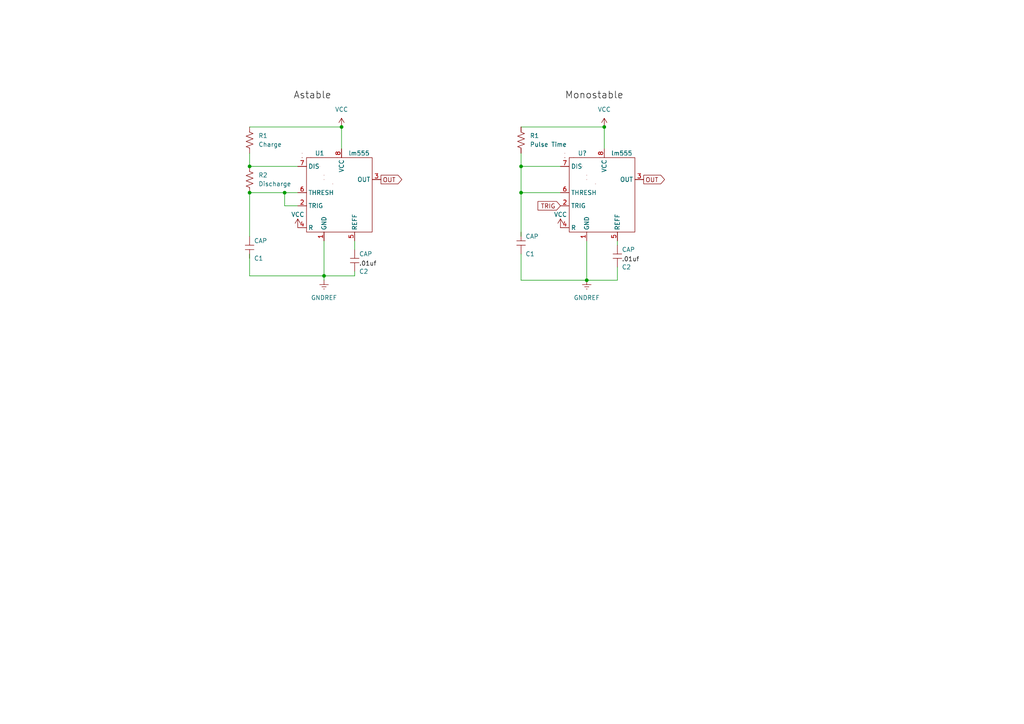
<source format=kicad_sch>
(kicad_sch (version 20211123) (generator eeschema)

  (uuid e63e39d7-6ac0-4ffd-8aa3-1841a4541b55)

  (paper "A4")

  (lib_symbols
    (symbol "CAP_1" (in_bom yes) (on_board yes)
      (property "Reference" "C3" (id 0) (at -2.54 -6.35 0)
        (effects (font (size 1.27 1.27)) (justify left))
      )
      (property "Value" "CAP" (id 1) (at -2.54 -1.27 0)
        (effects (font (size 1.27 1.27)) (justify left))
      )
      (property "Footprint" "" (id 2) (at 6.35 3.81 0)
        (effects (font (size 1.27 1.27)) hide)
      )
      (property "Datasheet" "" (id 3) (at 6.35 3.81 0)
        (effects (font (size 1.27 1.27)) hide)
      )
      (symbol "CAP_1_0_1"
        (polyline
          (pts
            (xy -5.08 -3.81)
            (xy -2.54 -3.81)
          )
          (stroke (width 0) (type default) (color 0 0 0 0))
          (fill (type none))
        )
        (polyline
          (pts
            (xy -5.08 -2.54)
            (xy -2.54 -2.54)
          )
          (stroke (width 0) (type default) (color 0 0 0 0))
          (fill (type none))
        )
        (polyline
          (pts
            (xy -3.81 -3.81)
            (xy -3.81 -6.35)
          )
          (stroke (width 0) (type default) (color 0 0 0 0))
          (fill (type none))
        )
        (polyline
          (pts
            (xy -3.81 -2.54)
            (xy -3.81 0)
          )
          (stroke (width 0) (type default) (color 0 0 0 0))
          (fill (type none))
        )
      )
    )
    (symbol "Device:R_US" (pin_numbers hide) (pin_names (offset 0)) (in_bom yes) (on_board yes)
      (property "Reference" "R" (id 0) (at 2.54 0 90)
        (effects (font (size 1.27 1.27)))
      )
      (property "Value" "R_US" (id 1) (at -2.54 0 90)
        (effects (font (size 1.27 1.27)))
      )
      (property "Footprint" "" (id 2) (at 1.016 -0.254 90)
        (effects (font (size 1.27 1.27)) hide)
      )
      (property "Datasheet" "~" (id 3) (at 0 0 0)
        (effects (font (size 1.27 1.27)) hide)
      )
      (property "ki_keywords" "R res resistor" (id 4) (at 0 0 0)
        (effects (font (size 1.27 1.27)) hide)
      )
      (property "ki_description" "Resistor, US symbol" (id 5) (at 0 0 0)
        (effects (font (size 1.27 1.27)) hide)
      )
      (property "ki_fp_filters" "R_*" (id 6) (at 0 0 0)
        (effects (font (size 1.27 1.27)) hide)
      )
      (symbol "R_US_0_1"
        (polyline
          (pts
            (xy 0 -2.286)
            (xy 0 -2.54)
          )
          (stroke (width 0) (type default) (color 0 0 0 0))
          (fill (type none))
        )
        (polyline
          (pts
            (xy 0 2.286)
            (xy 0 2.54)
          )
          (stroke (width 0) (type default) (color 0 0 0 0))
          (fill (type none))
        )
        (polyline
          (pts
            (xy 0 -0.762)
            (xy 1.016 -1.143)
            (xy 0 -1.524)
            (xy -1.016 -1.905)
            (xy 0 -2.286)
          )
          (stroke (width 0) (type default) (color 0 0 0 0))
          (fill (type none))
        )
        (polyline
          (pts
            (xy 0 0.762)
            (xy 1.016 0.381)
            (xy 0 0)
            (xy -1.016 -0.381)
            (xy 0 -0.762)
          )
          (stroke (width 0) (type default) (color 0 0 0 0))
          (fill (type none))
        )
        (polyline
          (pts
            (xy 0 2.286)
            (xy 1.016 1.905)
            (xy 0 1.524)
            (xy -1.016 1.143)
            (xy 0 0.762)
          )
          (stroke (width 0) (type default) (color 0 0 0 0))
          (fill (type none))
        )
      )
      (symbol "R_US_1_1"
        (pin passive line (at 0 3.81 270) (length 1.27)
          (name "~" (effects (font (size 1.27 1.27))))
          (number "1" (effects (font (size 1.27 1.27))))
        )
        (pin passive line (at 0 -3.81 90) (length 1.27)
          (name "~" (effects (font (size 1.27 1.27))))
          (number "2" (effects (font (size 1.27 1.27))))
        )
      )
    )
    (symbol "power:GNDREF" (power) (pin_names (offset 0)) (in_bom yes) (on_board yes)
      (property "Reference" "#PWR" (id 0) (at 0 -6.35 0)
        (effects (font (size 1.27 1.27)) hide)
      )
      (property "Value" "GNDREF" (id 1) (at 0 -3.81 0)
        (effects (font (size 1.27 1.27)))
      )
      (property "Footprint" "" (id 2) (at 0 0 0)
        (effects (font (size 1.27 1.27)) hide)
      )
      (property "Datasheet" "" (id 3) (at 0 0 0)
        (effects (font (size 1.27 1.27)) hide)
      )
      (property "ki_keywords" "power-flag" (id 4) (at 0 0 0)
        (effects (font (size 1.27 1.27)) hide)
      )
      (property "ki_description" "Power symbol creates a global label with name \"GNDREF\" , reference supply ground" (id 5) (at 0 0 0)
        (effects (font (size 1.27 1.27)) hide)
      )
      (symbol "GNDREF_0_1"
        (polyline
          (pts
            (xy -0.635 -1.905)
            (xy 0.635 -1.905)
          )
          (stroke (width 0) (type default) (color 0 0 0 0))
          (fill (type none))
        )
        (polyline
          (pts
            (xy -0.127 -2.54)
            (xy 0.127 -2.54)
          )
          (stroke (width 0) (type default) (color 0 0 0 0))
          (fill (type none))
        )
        (polyline
          (pts
            (xy 0 -1.27)
            (xy 0 0)
          )
          (stroke (width 0) (type default) (color 0 0 0 0))
          (fill (type none))
        )
        (polyline
          (pts
            (xy 1.27 -1.27)
            (xy -1.27 -1.27)
          )
          (stroke (width 0) (type default) (color 0 0 0 0))
          (fill (type none))
        )
      )
      (symbol "GNDREF_1_1"
        (pin power_in line (at 0 0 270) (length 0) hide
          (name "GNDREF" (effects (font (size 1.27 1.27))))
          (number "1" (effects (font (size 1.27 1.27))))
        )
      )
    )
    (symbol "power:VCC" (power) (pin_names (offset 0)) (in_bom yes) (on_board yes)
      (property "Reference" "#PWR" (id 0) (at 0 -3.81 0)
        (effects (font (size 1.27 1.27)) hide)
      )
      (property "Value" "VCC" (id 1) (at 0 3.81 0)
        (effects (font (size 1.27 1.27)))
      )
      (property "Footprint" "" (id 2) (at 0 0 0)
        (effects (font (size 1.27 1.27)) hide)
      )
      (property "Datasheet" "" (id 3) (at 0 0 0)
        (effects (font (size 1.27 1.27)) hide)
      )
      (property "ki_keywords" "power-flag" (id 4) (at 0 0 0)
        (effects (font (size 1.27 1.27)) hide)
      )
      (property "ki_description" "Power symbol creates a global label with name \"VCC\"" (id 5) (at 0 0 0)
        (effects (font (size 1.27 1.27)) hide)
      )
      (symbol "VCC_0_1"
        (polyline
          (pts
            (xy -0.762 1.27)
            (xy 0 2.54)
          )
          (stroke (width 0) (type default) (color 0 0 0 0))
          (fill (type none))
        )
        (polyline
          (pts
            (xy 0 0)
            (xy 0 2.54)
          )
          (stroke (width 0) (type default) (color 0 0 0 0))
          (fill (type none))
        )
        (polyline
          (pts
            (xy 0 2.54)
            (xy 0.762 1.27)
          )
          (stroke (width 0) (type default) (color 0 0 0 0))
          (fill (type none))
        )
      )
      (symbol "VCC_1_1"
        (pin power_in line (at 0 0 90) (length 0) hide
          (name "VCC" (effects (font (size 1.27 1.27))))
          (number "1" (effects (font (size 1.27 1.27))))
        )
      )
    )
    (symbol "sem 2 project 74xxx:lm555" (in_bom yes) (on_board yes)
      (property "Reference" "U" (id 0) (at -2.54 2.54 0)
        (effects (font (size 1.27 1.27)))
      )
      (property "Value" "lm555" (id 1) (at 12.7 2.54 0)
        (effects (font (size 1.27 1.27)))
      )
      (property "Footprint" "" (id 2) (at 0 0 0)
        (effects (font (size 1.27 1.27)) hide)
      )
      (property "Datasheet" "" (id 3) (at 0 0 0)
        (effects (font (size 1.27 1.27)) hide)
      )
      (symbol "lm555_0_1"
        (rectangle (start -5.08 0) (end -5.08 0)
          (stroke (width 0) (type default) (color 0 0 0 0))
          (fill (type none))
        )
        (rectangle (start -5.08 1.27) (end -5.08 1.27)
          (stroke (width 0) (type default) (color 0 0 0 0))
          (fill (type none))
        )
        (rectangle (start -5.08 1.27) (end -5.08 1.27)
          (stroke (width 0) (type default) (color 0 0 0 0))
          (fill (type none))
        )
        (rectangle (start -5.08 1.27) (end -5.08 1.27)
          (stroke (width 0) (type default) (color 0 0 0 0))
          (fill (type none))
        )
        (rectangle (start -5.08 2.54) (end -5.08 2.54)
          (stroke (width 0) (type default) (color 0 0 0 0))
          (fill (type none))
        )
        (rectangle (start -3.81 1.27) (end 15.24 -20.32)
          (stroke (width 0) (type default) (color 0 0 0 0))
          (fill (type none))
        )
        (rectangle (start -2.54 1.27) (end -2.54 1.27)
          (stroke (width 0) (type default) (color 0 0 0 0))
          (fill (type none))
        )
        (rectangle (start 0 -1.27) (end 0 -1.27)
          (stroke (width 0) (type default) (color 0 0 0 0))
          (fill (type none))
        )
        (rectangle (start 1.27 -5.08) (end 1.27 -5.08)
          (stroke (width 0) (type default) (color 0 0 0 0))
          (fill (type none))
        )
        (rectangle (start 1.27 -3.81) (end 1.27 -3.81)
          (stroke (width 0) (type default) (color 0 0 0 0))
          (fill (type none))
        )
        (rectangle (start 3.81 -6.35) (end 3.81 -6.35)
          (stroke (width 0) (type default) (color 0 0 0 0))
          (fill (type none))
        )
        (rectangle (start 5.08 1.27) (end 5.08 1.27)
          (stroke (width 0) (type default) (color 0 0 0 0))
          (fill (type none))
        )
      )
      (symbol "lm555_1_1"
        (pin input line (at 1.27 -22.86 90) (length 2.54)
          (name "GND" (effects (font (size 1.27 1.27))))
          (number "1" (effects (font (size 1.27 1.27))))
        )
        (pin input line (at -6.35 -12.7 0) (length 2.54)
          (name "TRIG" (effects (font (size 1.27 1.27))))
          (number "2" (effects (font (size 1.27 1.27))))
        )
        (pin output line (at 17.78 -5.08 180) (length 2.54)
          (name "OUT" (effects (font (size 1.27 1.27))))
          (number "3" (effects (font (size 1.27 1.27))))
        )
        (pin input line (at -6.35 -19.05 0) (length 2.54)
          (name "R" (effects (font (size 1.27 1.27))))
          (number "4" (effects (font (size 1.27 1.27))))
        )
        (pin output line (at 10.16 -22.86 90) (length 2.54)
          (name "REFF" (effects (font (size 1.27 1.27))))
          (number "5" (effects (font (size 1.27 1.27))))
        )
        (pin input line (at -6.35 -8.89 0) (length 2.54)
          (name "THRESH" (effects (font (size 1.27 1.27))))
          (number "6" (effects (font (size 1.27 1.27))))
        )
        (pin input line (at -6.35 -1.27 0) (length 2.54)
          (name "DIS" (effects (font (size 1.27 1.27))))
          (number "7" (effects (font (size 1.27 1.27))))
        )
        (pin input line (at 6.35 3.81 270) (length 2.54)
          (name "VCC" (effects (font (size 1.27 1.27))))
          (number "8" (effects (font (size 1.27 1.27))))
        )
      )
    )
  )

  (junction (at 82.55 55.88) (diameter 0) (color 0 0 0 0)
    (uuid 3acf5698-df3e-402d-86f1-4f04a7448224)
  )
  (junction (at 99.06 36.83) (diameter 0) (color 0 0 0 0)
    (uuid 3f617700-d97b-4cae-876e-72358d29b670)
  )
  (junction (at 151.13 55.88) (diameter 0) (color 0 0 0 0)
    (uuid 4f169d63-15f1-439e-a4b1-a7a61110d7bc)
  )
  (junction (at 93.98 80.01) (diameter 0) (color 0 0 0 0)
    (uuid 5ddb554d-1e8f-4860-94aa-5e4700e1e002)
  )
  (junction (at 170.18 81.28) (diameter 0) (color 0 0 0 0)
    (uuid 6b437add-d402-4d3c-9f94-08dcc832ec34)
  )
  (junction (at 151.13 48.26) (diameter 0) (color 0 0 0 0)
    (uuid 7e07e292-2bfe-469e-aa7e-b3c8f40e4574)
  )
  (junction (at 72.39 48.26) (diameter 0) (color 0 0 0 0)
    (uuid b78091ee-032d-469d-9e02-5335c10d1e64)
  )
  (junction (at 175.26 36.83) (diameter 0) (color 0 0 0 0)
    (uuid bbac5a19-5e0d-4690-9104-b5e0c4ef94c0)
  )
  (junction (at 72.39 55.88) (diameter 0) (color 0 0 0 0)
    (uuid e1460620-d35a-4290-a405-95ae226d080b)
  )

  (wire (pts (xy 179.07 81.28) (xy 170.18 81.28))
    (stroke (width 0) (type default) (color 0 0 0 0))
    (uuid 11568512-73c6-48d4-bdc1-14b9d6c6782e)
  )
  (wire (pts (xy 151.13 48.26) (xy 162.56 48.26))
    (stroke (width 0) (type default) (color 0 0 0 0))
    (uuid 1e7b4bba-ca79-4e2e-b297-b55ae96c3ded)
  )
  (wire (pts (xy 93.98 81.28) (xy 93.98 80.01))
    (stroke (width 0) (type default) (color 0 0 0 0))
    (uuid 210651d5-7206-4682-9c28-6b3d3d02dab3)
  )
  (wire (pts (xy 72.39 73.66) (xy 72.39 80.01))
    (stroke (width 0) (type default) (color 0 0 0 0))
    (uuid 33eb0065-90e3-4ecb-a459-608be3fe3b1c)
  )
  (wire (pts (xy 82.55 59.69) (xy 86.36 59.69))
    (stroke (width 0) (type default) (color 0 0 0 0))
    (uuid 3c0ee3db-8466-44a5-90af-44d1a41429ba)
  )
  (wire (pts (xy 82.55 55.88) (xy 86.36 55.88))
    (stroke (width 0) (type default) (color 0 0 0 0))
    (uuid 3d16914d-84f2-454f-b3bb-872e59cf11b0)
  )
  (wire (pts (xy 72.39 48.26) (xy 86.36 48.26))
    (stroke (width 0) (type default) (color 0 0 0 0))
    (uuid 550f7ba6-2434-4db0-a68d-e98d5a4c123a)
  )
  (wire (pts (xy 162.56 55.88) (xy 151.13 55.88))
    (stroke (width 0) (type default) (color 0 0 0 0))
    (uuid 554f65fc-38df-4462-b50f-713715b41334)
  )
  (wire (pts (xy 170.18 81.28) (xy 170.18 69.85))
    (stroke (width 0) (type default) (color 0 0 0 0))
    (uuid 5a7fd707-ae1a-40ba-a756-67fa40d915d9)
  )
  (wire (pts (xy 102.87 69.85) (xy 102.87 72.39))
    (stroke (width 0) (type default) (color 0 0 0 0))
    (uuid 5d011d7e-37f0-4a66-abb7-f206190fe982)
  )
  (wire (pts (xy 82.55 55.88) (xy 82.55 59.69))
    (stroke (width 0) (type default) (color 0 0 0 0))
    (uuid 686d495a-d09c-4403-b9cf-d2074b4491ce)
  )
  (wire (pts (xy 151.13 44.45) (xy 151.13 48.26))
    (stroke (width 0) (type default) (color 0 0 0 0))
    (uuid 6db32d87-1cdc-40e7-9ff9-f565f551f280)
  )
  (wire (pts (xy 179.07 77.47) (xy 179.07 81.28))
    (stroke (width 0) (type default) (color 0 0 0 0))
    (uuid 6e74c54e-a8d0-4aea-b765-264d14b78dbc)
  )
  (wire (pts (xy 72.39 80.01) (xy 93.98 80.01))
    (stroke (width 0) (type default) (color 0 0 0 0))
    (uuid 73821b27-8c7b-450c-8901-81b573e59797)
  )
  (wire (pts (xy 72.39 55.88) (xy 72.39 68.58))
    (stroke (width 0) (type default) (color 0 0 0 0))
    (uuid 8af5b8df-1195-40a1-a310-d73d7eac4c12)
  )
  (wire (pts (xy 72.39 55.88) (xy 82.55 55.88))
    (stroke (width 0) (type default) (color 0 0 0 0))
    (uuid 97aa8efb-1516-45e2-b92c-e6e947c5c816)
  )
  (wire (pts (xy 99.06 36.83) (xy 99.06 43.18))
    (stroke (width 0) (type default) (color 0 0 0 0))
    (uuid 97ce4ca1-90e1-4b80-a60b-c39d49b74dc5)
  )
  (wire (pts (xy 151.13 55.88) (xy 151.13 68.58))
    (stroke (width 0) (type default) (color 0 0 0 0))
    (uuid 99e9c3ff-81fc-4d64-9956-0d3323b715dc)
  )
  (wire (pts (xy 102.87 78.74) (xy 102.87 80.01))
    (stroke (width 0) (type default) (color 0 0 0 0))
    (uuid 9fcc0cdd-365e-4fae-be39-47d7dbac5af1)
  )
  (wire (pts (xy 175.26 36.83) (xy 175.26 43.18))
    (stroke (width 0) (type default) (color 0 0 0 0))
    (uuid a737c76b-d2ea-48e4-a9cd-c22f4dbdf541)
  )
  (wire (pts (xy 170.18 81.28) (xy 151.13 81.28))
    (stroke (width 0) (type default) (color 0 0 0 0))
    (uuid b7c0d5d7-c00c-4842-bea2-eeedba074c1c)
  )
  (wire (pts (xy 151.13 73.66) (xy 151.13 81.28))
    (stroke (width 0) (type default) (color 0 0 0 0))
    (uuid bdc935e0-2459-42e9-b0c6-737e73343a37)
  )
  (wire (pts (xy 179.07 69.85) (xy 179.07 71.12))
    (stroke (width 0) (type default) (color 0 0 0 0))
    (uuid e2f177f2-8472-4d5d-ab4e-c39fbd5471c9)
  )
  (wire (pts (xy 102.87 80.01) (xy 93.98 80.01))
    (stroke (width 0) (type default) (color 0 0 0 0))
    (uuid e415e8dc-c86a-4133-b4fd-313ca8b7e06c)
  )
  (wire (pts (xy 72.39 44.45) (xy 72.39 48.26))
    (stroke (width 0) (type default) (color 0 0 0 0))
    (uuid f92bd6f9-0c04-475d-b6d5-5ffe5c715ea1)
  )
  (wire (pts (xy 93.98 80.01) (xy 93.98 69.85))
    (stroke (width 0) (type default) (color 0 0 0 0))
    (uuid fb0840dc-8116-4150-9ef3-70ed23d5ae56)
  )
  (wire (pts (xy 72.39 36.83) (xy 99.06 36.83))
    (stroke (width 0) (type default) (color 0 0 0 0))
    (uuid fd87e10d-7ac8-4589-9842-bb5475c4446e)
  )
  (wire (pts (xy 151.13 55.88) (xy 151.13 48.26))
    (stroke (width 0) (type default) (color 0 0 0 0))
    (uuid fdaf5087-7f94-476e-9571-1cae3304bebd)
  )
  (wire (pts (xy 151.13 36.83) (xy 175.26 36.83))
    (stroke (width 0) (type default) (color 0 0 0 0))
    (uuid fde56c8d-f95d-46ba-aaa3-200c0f657743)
  )

  (label "Monostable" (at 163.83 29.21 0)
    (effects (font (size 2 2)) (justify left bottom))
    (uuid 32de8194-b04f-4e75-bda7-3ae5eccd2f54)
  )
  (label "Astable " (at 85.09 29.21 0)
    (effects (font (size 2 2)) (justify left bottom))
    (uuid 671ec6dc-9e25-47f0-8d33-59538c8e3f16)
  )
  (label ".01uf" (at 104.14 77.47 0)
    (effects (font (size 1.27 1.27)) (justify left bottom))
    (uuid b58db336-3da8-412e-a524-ff17208b5d30)
  )
  (label ".01uf" (at 180.34 76.2 0)
    (effects (font (size 1.27 1.27)) (justify left bottom))
    (uuid e006ee9c-eb54-4702-95f1-4720577ef308)
  )

  (global_label "OUT" (shape output) (at 186.69 52.07 0) (fields_autoplaced)
    (effects (font (size 1.27 1.27)) (justify left))
    (uuid 5c1c879d-bc7e-44b8-81cd-864d9fbca801)
    (property "Intersheet References" "${INTERSHEET_REFS}" (id 0) (at 192.7317 51.9906 0)
      (effects (font (size 1.27 1.27)) (justify left) hide)
    )
  )
  (global_label "TRIG" (shape input) (at 162.56 59.69 180) (fields_autoplaced)
    (effects (font (size 1.27 1.27)) (justify right))
    (uuid ee925a78-bb0b-4a87-861d-598bf9fe3b03)
    (property "Intersheet References" "${INTERSHEET_REFS}" (id 0) (at 156.0345 59.6106 0)
      (effects (font (size 1.27 1.27)) (justify right) hide)
    )
  )
  (global_label "OUT" (shape output) (at 110.49 52.07 0) (fields_autoplaced)
    (effects (font (size 1.27 1.27)) (justify left))
    (uuid fd45373c-c162-4fba-bea5-1de291542154)
    (property "Intersheet References" "${INTERSHEET_REFS}" (id 0) (at 116.5317 51.9906 0)
      (effects (font (size 1.27 1.27)) (justify left) hide)
    )
  )

  (symbol (lib_name "CAP_1") (lib_id "sem 2 project 74xxx:CAP") (at 154.94 67.31 0) (unit 1)
    (in_bom yes) (on_board yes)
    (uuid 09e192ca-61bf-43c6-a605-71eeaa1b5feb)
    (property "Reference" "C1" (id 0) (at 152.4 73.66 0)
      (effects (font (size 1.27 1.27)) (justify left))
    )
    (property "Value" "CAP" (id 1) (at 152.4 68.58 0)
      (effects (font (size 1.27 1.27)) (justify left))
    )
    (property "Footprint" "" (id 2) (at 161.29 63.5 0)
      (effects (font (size 1.27 1.27)) hide)
    )
    (property "Datasheet" "" (id 3) (at 161.29 63.5 0)
      (effects (font (size 1.27 1.27)) hide)
    )
  )

  (symbol (lib_id "Device:R_US") (at 151.13 40.64 180) (unit 1)
    (in_bom yes) (on_board yes) (fields_autoplaced)
    (uuid 0ea00b69-a976-46a4-a30b-57090ed2bf7f)
    (property "Reference" "R1" (id 0) (at 153.67 39.3699 0)
      (effects (font (size 1.27 1.27)) (justify right))
    )
    (property "Value" "Pulse Time " (id 1) (at 153.67 41.9099 0)
      (effects (font (size 1.27 1.27)) (justify right))
    )
    (property "Footprint" "" (id 2) (at 150.114 40.386 90)
      (effects (font (size 1.27 1.27)) hide)
    )
    (property "Datasheet" "~" (id 3) (at 151.13 40.64 0)
      (effects (font (size 1.27 1.27)) hide)
    )
    (pin "1" (uuid b0112564-d5ec-42c1-bff4-78a0b5874429))
    (pin "2" (uuid 88d73bb3-6d89-4dab-87e5-7b436f150684))
  )

  (symbol (lib_name "CAP_1") (lib_id "sem 2 project 74xxx:CAP") (at 106.68 72.39 0) (unit 1)
    (in_bom yes) (on_board yes)
    (uuid 3c25e802-424a-41c6-8913-c96d0f8fa691)
    (property "Reference" "C2" (id 0) (at 104.14 78.74 0)
      (effects (font (size 1.27 1.27)) (justify left))
    )
    (property "Value" "CAP" (id 1) (at 104.14 73.66 0)
      (effects (font (size 1.27 1.27)) (justify left))
    )
    (property "Footprint" "" (id 2) (at 113.03 68.58 0)
      (effects (font (size 1.27 1.27)) hide)
    )
    (property "Datasheet" "" (id 3) (at 113.03 68.58 0)
      (effects (font (size 1.27 1.27)) hide)
    )
  )

  (symbol (lib_name "CAP_1") (lib_id "sem 2 project 74xxx:CAP") (at 182.88 71.12 0) (unit 1)
    (in_bom yes) (on_board yes)
    (uuid 41e19b2d-7e10-4f9e-a5ce-ab6142f2000b)
    (property "Reference" "C2" (id 0) (at 180.34 77.47 0)
      (effects (font (size 1.27 1.27)) (justify left))
    )
    (property "Value" "CAP" (id 1) (at 180.34 72.39 0)
      (effects (font (size 1.27 1.27)) (justify left))
    )
    (property "Footprint" "" (id 2) (at 189.23 67.31 0)
      (effects (font (size 1.27 1.27)) hide)
    )
    (property "Datasheet" "" (id 3) (at 189.23 67.31 0)
      (effects (font (size 1.27 1.27)) hide)
    )
  )

  (symbol (lib_id "Device:R_US") (at 72.39 40.64 180) (unit 1)
    (in_bom yes) (on_board yes) (fields_autoplaced)
    (uuid 49518fc4-4985-4225-8349-ab77c99edfc6)
    (property "Reference" "R1" (id 0) (at 74.93 39.3699 0)
      (effects (font (size 1.27 1.27)) (justify right))
    )
    (property "Value" "Charge" (id 1) (at 74.93 41.9099 0)
      (effects (font (size 1.27 1.27)) (justify right))
    )
    (property "Footprint" "" (id 2) (at 71.374 40.386 90)
      (effects (font (size 1.27 1.27)) hide)
    )
    (property "Datasheet" "~" (id 3) (at 72.39 40.64 0)
      (effects (font (size 1.27 1.27)) hide)
    )
    (pin "1" (uuid 7ee2a56e-e378-422c-9d46-c47a29bc8dad))
    (pin "2" (uuid 8f3b8657-e603-4fc0-85aa-f29aa753d1c9))
  )

  (symbol (lib_id "power:VCC") (at 86.36 66.04 0) (unit 1)
    (in_bom yes) (on_board yes)
    (uuid 6f8299fa-16aa-45ed-96b1-c048ac7a0e55)
    (property "Reference" "#PWR?" (id 0) (at 86.36 69.85 0)
      (effects (font (size 1.27 1.27)) hide)
    )
    (property "Value" "VCC" (id 1) (at 86.36 62.23 0))
    (property "Footprint" "" (id 2) (at 86.36 66.04 0)
      (effects (font (size 1.27 1.27)) hide)
    )
    (property "Datasheet" "" (id 3) (at 86.36 66.04 0)
      (effects (font (size 1.27 1.27)) hide)
    )
    (pin "1" (uuid 9ae2bc90-09aa-459c-b5ce-06244c873cfe))
  )

  (symbol (lib_id "power:GNDREF") (at 170.18 81.28 0) (unit 1)
    (in_bom yes) (on_board yes) (fields_autoplaced)
    (uuid 7262cc2d-b219-49cf-9e8f-7beb9defa079)
    (property "Reference" "#PWR?" (id 0) (at 170.18 87.63 0)
      (effects (font (size 1.27 1.27)) hide)
    )
    (property "Value" "GNDREF" (id 1) (at 170.18 86.36 0))
    (property "Footprint" "" (id 2) (at 170.18 81.28 0)
      (effects (font (size 1.27 1.27)) hide)
    )
    (property "Datasheet" "" (id 3) (at 170.18 81.28 0)
      (effects (font (size 1.27 1.27)) hide)
    )
    (pin "1" (uuid dfe53c8e-d680-4fec-96fa-11ee96c85fca))
  )

  (symbol (lib_id "Device:R_US") (at 72.39 52.07 180) (unit 1)
    (in_bom yes) (on_board yes) (fields_autoplaced)
    (uuid 7286719e-9ce7-475e-8b54-676b4f8bea90)
    (property "Reference" "R2" (id 0) (at 74.93 50.7999 0)
      (effects (font (size 1.27 1.27)) (justify right))
    )
    (property "Value" "Discharge" (id 1) (at 74.93 53.3399 0)
      (effects (font (size 1.27 1.27)) (justify right))
    )
    (property "Footprint" "" (id 2) (at 71.374 51.816 90)
      (effects (font (size 1.27 1.27)) hide)
    )
    (property "Datasheet" "~" (id 3) (at 72.39 52.07 0)
      (effects (font (size 1.27 1.27)) hide)
    )
    (pin "1" (uuid abdd9d94-99fd-45c5-8a6d-5881aa53157d))
    (pin "2" (uuid f139bccd-b091-4a22-8930-81ada92ebb5f))
  )

  (symbol (lib_name "CAP_1") (lib_id "sem 2 project 74xxx:CAP") (at 76.2 68.58 0) (unit 1)
    (in_bom yes) (on_board yes)
    (uuid 775ce57f-4727-4415-8762-66f7450277f7)
    (property "Reference" "C1" (id 0) (at 73.66 74.93 0)
      (effects (font (size 1.27 1.27)) (justify left))
    )
    (property "Value" "CAP" (id 1) (at 73.66 69.85 0)
      (effects (font (size 1.27 1.27)) (justify left))
    )
    (property "Footprint" "" (id 2) (at 82.55 64.77 0)
      (effects (font (size 1.27 1.27)) hide)
    )
    (property "Datasheet" "" (id 3) (at 82.55 64.77 0)
      (effects (font (size 1.27 1.27)) hide)
    )
  )

  (symbol (lib_id "sem 2 project 74xxx:lm555") (at 168.91 46.99 0) (unit 1)
    (in_bom yes) (on_board yes)
    (uuid 89892f50-9acb-4893-9f62-25744f3fbbeb)
    (property "Reference" "U?" (id 0) (at 168.91 44.45 0))
    (property "Value" "lm555" (id 1) (at 180.34 44.45 0))
    (property "Footprint" "" (id 2) (at 168.91 46.99 0)
      (effects (font (size 1.27 1.27)) hide)
    )
    (property "Datasheet" "" (id 3) (at 168.91 46.99 0)
      (effects (font (size 1.27 1.27)) hide)
    )
    (pin "1" (uuid d47bc2b1-dd2c-434a-b9c5-38a3080cbcd1))
    (pin "2" (uuid ff31f164-e3fd-4c8f-af2d-8106f326d90d))
    (pin "3" (uuid 70c5afc5-b977-4adf-bee8-85e3a487106b))
    (pin "4" (uuid 2f07820d-1c80-4503-a8f6-be931b1fd5db))
    (pin "5" (uuid ab734684-3f67-4696-af71-860f4eb04ad9))
    (pin "6" (uuid 34dd2734-b36c-4009-80d7-384a24c11f07))
    (pin "7" (uuid 1b9ad3df-62a5-4f5b-846b-085ce9c98336))
    (pin "8" (uuid 569f9fef-3be0-441c-8520-be8bcc3d6c66))
  )

  (symbol (lib_id "sem 2 project 74xxx:lm555") (at 92.71 46.99 0) (unit 1)
    (in_bom yes) (on_board yes)
    (uuid 8ea7d1b0-6b44-4d3f-8806-8e3449b63e01)
    (property "Reference" "U1" (id 0) (at 92.71 44.45 0))
    (property "Value" "lm555" (id 1) (at 104.14 44.45 0))
    (property "Footprint" "" (id 2) (at 92.71 46.99 0)
      (effects (font (size 1.27 1.27)) hide)
    )
    (property "Datasheet" "" (id 3) (at 92.71 46.99 0)
      (effects (font (size 1.27 1.27)) hide)
    )
    (pin "1" (uuid 5c1cf4d8-7b15-42b1-90ae-990dbd72d45e))
    (pin "2" (uuid b5f66c84-540a-437f-aef3-7222ada85d88))
    (pin "3" (uuid 8e1dc023-f5db-4196-b3bb-8ec6e3bc0ebb))
    (pin "4" (uuid 3a90883c-05b4-4df6-b137-13614a2f198a))
    (pin "5" (uuid 8becdc2b-7ef4-4b4f-8fda-2dba65c925e4))
    (pin "6" (uuid 3926b98c-997d-4e0b-bdd1-c2b80a8a063e))
    (pin "7" (uuid eb6c4902-9dff-485b-9e7f-31fd2ecaf3ef))
    (pin "8" (uuid c45b65e9-062d-4bc9-89da-dd67133df4dd))
  )

  (symbol (lib_id "power:VCC") (at 175.26 36.83 0) (unit 1)
    (in_bom yes) (on_board yes) (fields_autoplaced)
    (uuid a351b313-0b89-49f7-89c2-1d270be596f5)
    (property "Reference" "#PWR?" (id 0) (at 175.26 40.64 0)
      (effects (font (size 1.27 1.27)) hide)
    )
    (property "Value" "VCC" (id 1) (at 175.26 31.75 0))
    (property "Footprint" "" (id 2) (at 175.26 36.83 0)
      (effects (font (size 1.27 1.27)) hide)
    )
    (property "Datasheet" "" (id 3) (at 175.26 36.83 0)
      (effects (font (size 1.27 1.27)) hide)
    )
    (pin "1" (uuid 4369128e-cf67-4eec-9a32-a09665a1e6f3))
  )

  (symbol (lib_id "power:VCC") (at 162.56 66.04 0) (unit 1)
    (in_bom yes) (on_board yes)
    (uuid a6ba2712-b13b-4f21-99ac-b0f65d3ecb83)
    (property "Reference" "#PWR?" (id 0) (at 162.56 69.85 0)
      (effects (font (size 1.27 1.27)) hide)
    )
    (property "Value" "VCC" (id 1) (at 162.56 62.23 0))
    (property "Footprint" "" (id 2) (at 162.56 66.04 0)
      (effects (font (size 1.27 1.27)) hide)
    )
    (property "Datasheet" "" (id 3) (at 162.56 66.04 0)
      (effects (font (size 1.27 1.27)) hide)
    )
    (pin "1" (uuid f4a67e59-6b5b-42bb-90a0-8d6d87e803a5))
  )

  (symbol (lib_id "power:VCC") (at 99.06 36.83 0) (unit 1)
    (in_bom yes) (on_board yes) (fields_autoplaced)
    (uuid a6d9cd60-b938-4c46-ac4e-dfd895879993)
    (property "Reference" "#PWR?" (id 0) (at 99.06 40.64 0)
      (effects (font (size 1.27 1.27)) hide)
    )
    (property "Value" "VCC" (id 1) (at 99.06 31.75 0))
    (property "Footprint" "" (id 2) (at 99.06 36.83 0)
      (effects (font (size 1.27 1.27)) hide)
    )
    (property "Datasheet" "" (id 3) (at 99.06 36.83 0)
      (effects (font (size 1.27 1.27)) hide)
    )
    (pin "1" (uuid 266f771a-0d6f-4fb7-b5d6-279de39ff4e1))
  )

  (symbol (lib_id "power:GNDREF") (at 93.98 81.28 0) (unit 1)
    (in_bom yes) (on_board yes) (fields_autoplaced)
    (uuid ea26215a-2b3b-4d13-8cac-15007c860e32)
    (property "Reference" "#PWR?" (id 0) (at 93.98 87.63 0)
      (effects (font (size 1.27 1.27)) hide)
    )
    (property "Value" "GNDREF" (id 1) (at 93.98 86.36 0))
    (property "Footprint" "" (id 2) (at 93.98 81.28 0)
      (effects (font (size 1.27 1.27)) hide)
    )
    (property "Datasheet" "" (id 3) (at 93.98 81.28 0)
      (effects (font (size 1.27 1.27)) hide)
    )
    (pin "1" (uuid ab3c856f-af79-4129-83d9-bc588ec1ca9d))
  )

  (sheet_instances
    (path "/" (page "1"))
  )

  (symbol_instances
    (path "/6f8299fa-16aa-45ed-96b1-c048ac7a0e55"
      (reference "#PWR?") (unit 1) (value "VCC") (footprint "")
    )
    (path "/7262cc2d-b219-49cf-9e8f-7beb9defa079"
      (reference "#PWR?") (unit 1) (value "GNDREF") (footprint "")
    )
    (path "/a351b313-0b89-49f7-89c2-1d270be596f5"
      (reference "#PWR?") (unit 1) (value "VCC") (footprint "")
    )
    (path "/a6ba2712-b13b-4f21-99ac-b0f65d3ecb83"
      (reference "#PWR?") (unit 1) (value "VCC") (footprint "")
    )
    (path "/a6d9cd60-b938-4c46-ac4e-dfd895879993"
      (reference "#PWR?") (unit 1) (value "VCC") (footprint "")
    )
    (path "/ea26215a-2b3b-4d13-8cac-15007c860e32"
      (reference "#PWR?") (unit 1) (value "GNDREF") (footprint "")
    )
    (path "/09e192ca-61bf-43c6-a605-71eeaa1b5feb"
      (reference "C1") (unit 1) (value "CAP") (footprint "")
    )
    (path "/775ce57f-4727-4415-8762-66f7450277f7"
      (reference "C1") (unit 1) (value "CAP") (footprint "")
    )
    (path "/3c25e802-424a-41c6-8913-c96d0f8fa691"
      (reference "C2") (unit 1) (value "CAP") (footprint "")
    )
    (path "/41e19b2d-7e10-4f9e-a5ce-ab6142f2000b"
      (reference "C2") (unit 1) (value "CAP") (footprint "")
    )
    (path "/0ea00b69-a976-46a4-a30b-57090ed2bf7f"
      (reference "R1") (unit 1) (value "Pulse Time ") (footprint "")
    )
    (path "/49518fc4-4985-4225-8349-ab77c99edfc6"
      (reference "R1") (unit 1) (value "Charge") (footprint "")
    )
    (path "/7286719e-9ce7-475e-8b54-676b4f8bea90"
      (reference "R2") (unit 1) (value "Discharge") (footprint "")
    )
    (path "/8ea7d1b0-6b44-4d3f-8806-8e3449b63e01"
      (reference "U1") (unit 1) (value "lm555") (footprint "")
    )
    (path "/89892f50-9acb-4893-9f62-25744f3fbbeb"
      (reference "U?") (unit 1) (value "lm555") (footprint "")
    )
  )
)

</source>
